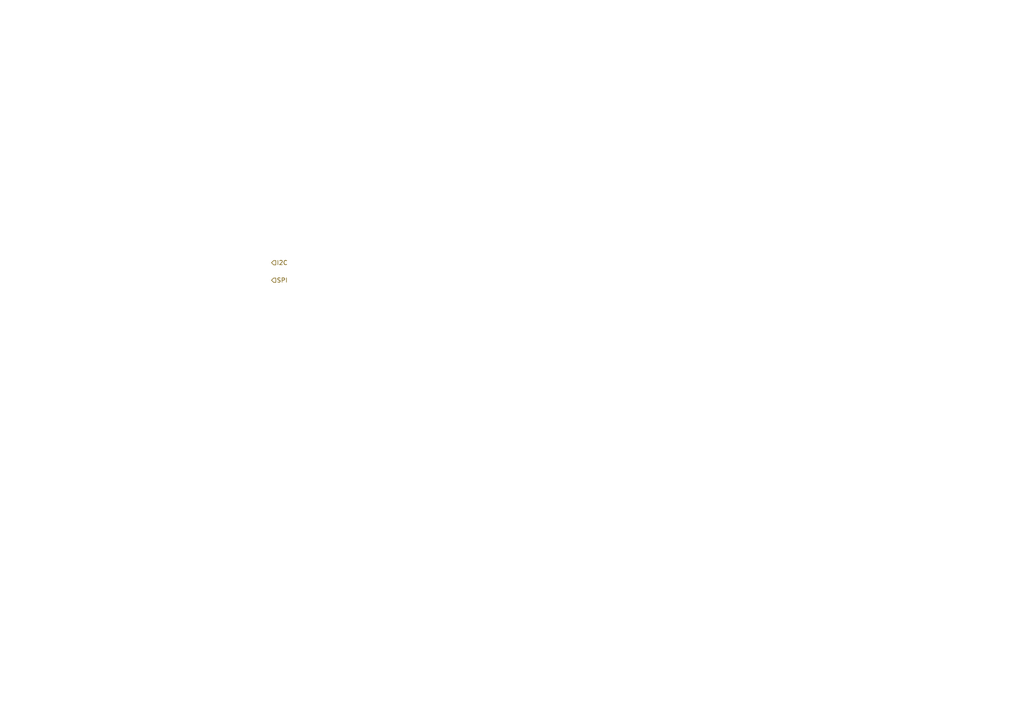
<source format=kicad_sch>
(kicad_sch
	(version 20250114)
	(generator "eeschema")
	(generator_version "9.0")
	(uuid "be28cd6e-9c99-4648-a284-9587c266d762")
	(paper "A4")
	(lib_symbols)
	(hierarchical_label "I2C"
		(shape input)
		(at 78.74 76.2 0)
		(effects
			(font
				(size 1.27 1.27)
			)
			(justify left)
		)
		(uuid "35e2d84a-739c-4d61-8482-e018bf4b70d7")
	)
	(hierarchical_label "SPI"
		(shape input)
		(at 78.74 81.28 0)
		(effects
			(font
				(size 1.27 1.27)
			)
			(justify left)
		)
		(uuid "6f5a3957-592b-4677-b087-170e7c82e146")
	)
)

</source>
